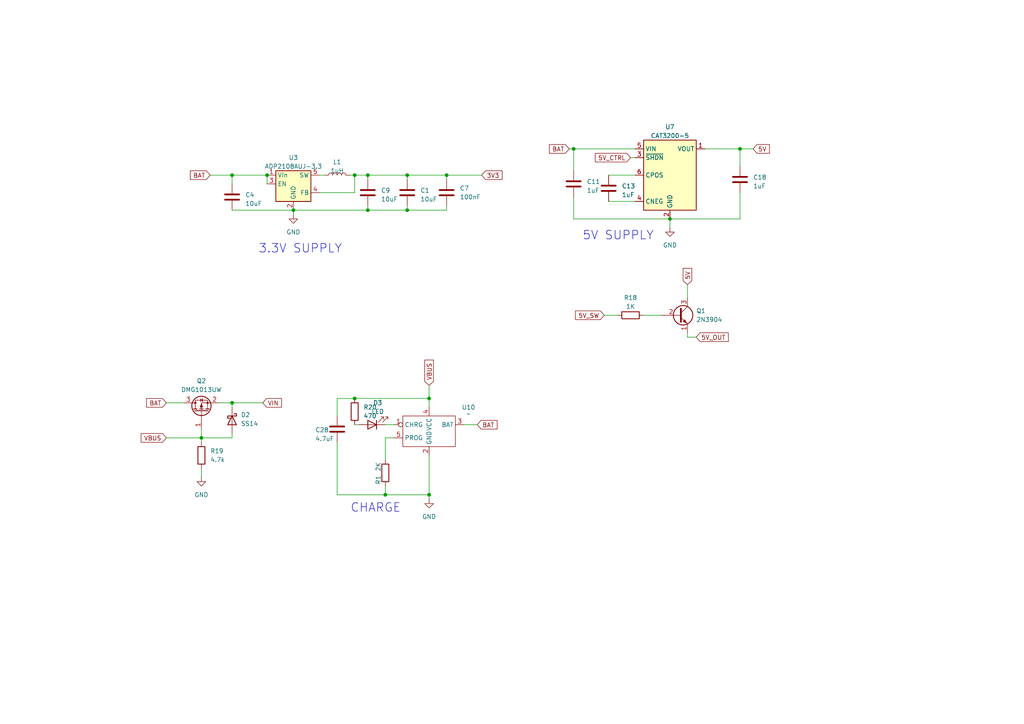
<source format=kicad_sch>
(kicad_sch (version 20231120) (generator "eeschema") (generator_version "8.0")
  (paper "A4")
  (lib_symbols
    (symbol "Battery_Management:TP4054"
      (property "Reference" "U" (at -6.604 0 0))
      (symbol "TP4054_0_1"
        (rectangle (start -7.62 -1.27) (end 7.62 -10.16))
      )
      (symbol "TP4054_1_1"
        (pin input inverted (at -10.16 -3.81 0) (length 2.54) (name "CHRG") (number "1"))
        (pin input line (at 0 -12.7 90) (length 2.54) (name "GND") (number "2"))
        (pin power_in line (at 10.16 -3.81 180) (length 2.54) (name "BAT") (number "3"))
        (pin power_in line (at 0 1.27 270) (length 2.54) (name "VCC") (number "4"))
        (pin input line (at -10.16 -7.62 0) (length 2.54) (name "PROG") (number "5"))
      )
    )
    (symbol "Device:C" (pin_numbers hide) (pin_names (offset 0.254))
      (property "Reference" "C" (at 0.635 2.54 0))
      (property "Value" "C" (at 0.635 -2.54 0))
      (symbol "C_0_1"
        (polyline (pts (xy -2.032 -0.762) (xy 2.032 -0.762)) (stroke (width 0.508)))
        (polyline (pts (xy -2.032 0.762) (xy 2.032 0.762)) (stroke (width 0.508)))
      )
      (symbol "C_1_1"
        (pin passive line (at 0 3.81 270) (length 2.794) (name "~") (number "1"))
        (pin passive line (at 0 -3.81 90) (length 2.794) (name "~") (number "2"))
      )
    )
    (symbol "Device:L" (pin_numbers hide) (pin_names (offset 1.016) hide)
      (property "Reference" "L" (at -1.27 0 90))
      (property "Value" "L" (at 1.905 0 90))
      (symbol "L_0_1"
        (arc (start 0 -2.54) (mid 0.6323 -1.905) (end 0 -1.27))
        (arc (start 0 -1.27) (mid 0.6323 -0.635) (end 0 0))
        (arc (start 0 0) (mid 0.6323 0.635) (end 0 1.27))
        (arc (start 0 1.27) (mid 0.6323 1.905) (end 0 2.54))
      )
      (symbol "L_1_1"
        (pin passive line (at 0 3.81 270) (length 1.27) (name "1") (number "1"))
        (pin passive line (at 0 -3.81 90) (length 1.27) (name "2") (number "2"))
      )
    )
    (symbol "Device:LED" (pin_numbers hide) (pin_names (offset 1.016) hide)
      (property "Reference" "D" (at 0 2.54 0))
      (property "Value" "LED" (at 0 -2.54 0))
      (symbol "LED_0_1"
        (polyline (pts (xy -1.27 -1.27) (xy -1.27 1.27)) (stroke (width 0.254)))
        (polyline (pts (xy -1.27 0) (xy 1.27 0)))
        (polyline (pts (xy 1.27 -1.27) (xy 1.27 1.27) (xy -1.27 0) (xy 1.27 -1.27)) (stroke (width 0.254)))
        (polyline (pts (xy -3.048 -0.762) (xy -4.572 -2.286) (xy -3.81 -2.286) (xy -4.572 -2.286) (xy -4.572 -1.524)))
        (polyline (pts (xy -1.778 -0.762) (xy -3.302 -2.286) (xy -2.54 -2.286) (xy -3.302 -2.286) (xy -3.302 -1.524)))
      )
      (symbol "LED_1_1"
        (pin passive line (at -3.81 0 0) (length 2.54) (name "K") (number "1"))
        (pin passive line (at 3.81 0 180) (length 2.54) (name "A") (number "2"))
      )
    )
    (symbol "Device:R" (pin_numbers hide) (pin_names (offset 0))
      (property "Reference" "R" (at 2.032 0 90))
      (property "Value" "R" (at 0 0 90))
      (symbol "R_0_1"
        (rectangle (start -1.016 -2.54) (end 1.016 2.54) (stroke (width 0.254)))
      )
      (symbol "R_1_1"
        (pin passive line (at 0 3.81 270) (length 1.27) (name "~") (number "1"))
        (pin passive line (at 0 -3.81 90) (length 1.27) (name "~") (number "2"))
      )
    )
    (symbol "Diode:SS14" (pin_numbers hide) (pin_names (offset 1.016) hide)
      (property "Reference" "D" (at 0 2.54 0))
      (property "Value" "SS14" (at 0 -2.54 0))
      (symbol "SS14_0_1"
        (polyline (pts (xy 1.27 0) (xy -1.27 0)))
        (polyline (pts (xy 1.27 1.27) (xy 1.27 -1.27) (xy -1.27 0) (xy 1.27 1.27)) (stroke (width 0.254)))
        (polyline (pts (xy -1.905 0.635) (xy -1.905 1.27) (xy -1.27 1.27) (xy -1.27 -1.27) (xy -0.635 -1.27) (xy -0.635 -0.635)) (stroke (width 0.254)))
      )
      (symbol "SS14_1_1"
        (pin passive line (at -3.81 0 0) (length 2.54) (name "K") (number "1"))
        (pin passive line (at 3.81 0 180) (length 2.54) (name "A") (number "2"))
      )
    )
    (symbol "GND_2" (power) (pin_numbers hide) (pin_names (offset 0) hide)
      (property "Value" "GND" (at 0 -3.81 0))
      (symbol "GND_2_0_1"
        (polyline (pts (xy 0 0) (xy 0 -1.27) (xy 1.27 -1.27) (xy 0 -2.54) (xy -1.27 -1.27) (xy 0 -1.27)))
      )
      (symbol "GND_2_1_1"
        (pin power_in line (at 0 0 270) (length 0) (name "~") (number "1"))
      )
    )
    (symbol "Regulator_SwitchedCapacitor:CAT3200-5"
      (property "Reference" "U" (at 6.35 11.43 0))
      (property "Value" "CAT3200-5" (at 6.35 -11.43 0))
      (symbol "CAT3200-5_0_1"
        (rectangle (start -7.62 10.16) (end 7.62 -10.16) (stroke (width 0.254)) (fill (type background)))
      )
      (symbol "CAT3200-5_1_1"
        (pin power_out line (at 10.16 7.62 180) (length 2.54) (name "VOUT") (number "1"))
        (pin power_in line (at 0 -12.7 90) (length 2.54) (name "GND") (number "2"))
        (pin input line (at -10.16 5.08 0) (length 2.54) (name "~{SHDN}") (number "3"))
        (pin passive line (at -10.16 -7.62 0) (length 2.54) (name "CNEG") (number "4"))
        (pin power_in line (at -10.16 7.62 0) (length 2.54) (name "VIN") (number "5"))
        (pin passive line (at -10.16 0 0) (length 2.54) (name "CPOS") (number "6"))
      )
    )
    (symbol "Regulator_Switching:ADP2108AUJ-3.3"
      (property "Reference" "U" (at -5.08 5.08 0))
      (property "Value" "ADP2108AUJ-3.3" (at 0 5.08 0))
      (symbol "ADP2108AUJ-3.3_0_1"
        (rectangle (start -5.08 3.81) (end 5.08 -5.08) (stroke (width 0.254)) (fill (type background)))
      )
      (symbol "ADP2108AUJ-3.3_1_1"
        (pin power_in line (at -7.62 2.54 0) (length 2.54) (name "Vin") (number "1"))
        (pin power_in line (at 0 -7.62 90) (length 2.54) (name "GND") (number "2"))
        (pin input line (at -7.62 0 0) (length 2.54) (name "EN") (number "3"))
        (pin input line (at 7.62 -2.54 180) (length 2.54) (name "FB") (number "4"))
        (pin input line (at 7.62 2.54 180) (length 2.54) (name "SW") (number "5"))
      )
    )
    (symbol "Transistor_BJT:2N3904" (pin_names (offset 0) hide)
      (property "Reference" "Q" (at 5.08 1.905 0))
      (property "Value" "2N3904" (at 5.08 0 0))
      (symbol "2N3904_0_1"
        (polyline (pts (xy 0.635 0.635) (xy 2.54 2.54)))
        (polyline (pts (xy 0.635 -0.635) (xy 2.54 -2.54) (xy 2.54 -2.54)))
        (polyline (pts (xy 0.635 1.905) (xy 0.635 -1.905) (xy 0.635 -1.905)) (stroke (width 0.508)))
        (polyline (pts (xy 1.27 -1.778) (xy 1.778 -1.27) (xy 2.286 -2.286) (xy 1.27 -1.778) (xy 1.27 -1.778)) (fill (type outline)))
        (circle (center 1.27 0) (radius 2.8194) (stroke (width 0.254)))
      )
      (symbol "2N3904_1_1"
        (pin passive line (at 2.54 -5.08 90) (length 2.54) (name "E") (number "1"))
        (pin passive line (at -5.08 0 0) (length 5.715) (name "B") (number "2"))
        (pin passive line (at 2.54 5.08 270) (length 2.54) (name "C") (number "3"))
      )
    )
    (symbol "Transistor_FET:IRLML6402" (pin_names hide)
      (property "Reference" "Q" (at 5.08 1.905 0))
      (property "Value" "IRLML6402" (at 5.08 0 0))
      (symbol "IRLML6402_0_1"
        (polyline (pts (xy 0.254 0) (xy -2.54 0)))
        (polyline (pts (xy 0.254 1.905) (xy 0.254 -1.905)) (stroke (width 0.254)))
        (polyline (pts (xy 0.762 -1.27) (xy 0.762 -2.286)) (stroke (width 0.254)))
        (polyline (pts (xy 0.762 0.508) (xy 0.762 -0.508)) (stroke (width 0.254)))
        (polyline (pts (xy 0.762 2.286) (xy 0.762 1.27)) (stroke (width 0.254)))
        (polyline (pts (xy 2.54 2.54) (xy 2.54 1.778)))
        (polyline (pts (xy 2.54 -2.54) (xy 2.54 0) (xy 0.762 0)))
        (polyline (pts (xy 0.762 1.778) (xy 3.302 1.778) (xy 3.302 -1.778) (xy 0.762 -1.778)))
        (polyline (pts (xy 2.286 0) (xy 1.27 0.381) (xy 1.27 -0.381) (xy 2.286 0)) (fill (type outline)))
        (polyline (pts (xy 2.794 -0.508) (xy 2.921 -0.381) (xy 3.683 -0.381) (xy 3.81 -0.254)))
        (polyline (pts (xy 3.302 -0.381) (xy 2.921 0.254) (xy 3.683 0.254) (xy 3.302 -0.381)))
        (circle (center 1.651 0) (radius 2.794) (stroke (width 0.254)))
        (circle (center 2.54 -1.778) (radius 0.254) (fill (type outline)))
        (circle (center 2.54 1.778) (radius 0.254) (fill (type outline)))
      )
      (symbol "IRLML6402_1_1"
        (pin input line (at -5.08 0 0) (length 2.54) (name "G") (number "1"))
        (pin passive line (at 2.54 -5.08 90) (length 2.54) (name "S") (number "2"))
        (pin passive line (at 2.54 5.08 270) (length 2.54) (name "D") (number "3"))
      )
    )
  )
  (junction (at 214.63 43.18))
  (junction (at 102.87 115.57))
  (junction (at 77.47 50.8))
  (junction (at 124.46 115.57))
  (junction (at 106.68 50.8))
  (junction (at 118.11 60.96))
  (junction (at 67.31 116.84))
  (junction (at 166.37 43.18))
  (junction (at 118.11 50.8))
  (junction (at 102.87 50.8))
  (junction (at 85.09 60.96))
  (junction (at 124.46 143.51))
  (junction (at 129.54 50.8))
  (junction (at 67.31 50.8))
  (junction (at 111.76 143.51))
  (junction (at 106.68 60.96))
  (junction (at 58.42 127))
  (junction (at 194.31 63.5))
  (wire (pts (xy 175.26 91.44) (xy 179.07 91.44)))
  (wire (pts (xy 106.68 60.96) (xy 118.11 60.96)))
  (wire (pts (xy 106.68 50.8) (xy 118.11 50.8)))
  (wire (pts (xy 111.76 143.51) (xy 124.46 143.51)))
  (wire (pts (xy 176.53 58.42) (xy 184.15 58.42)))
  (wire (pts (xy 67.31 60.96) (xy 85.09 60.96)))
  (wire (pts (xy 102.87 115.57) (xy 124.46 115.57)))
  (wire (pts (xy 111.76 133.35) (xy 111.76 127)))
  (wire (pts (xy 214.63 55.88) (xy 214.63 63.5)))
  (wire (pts (xy 97.79 128.27) (xy 97.79 143.51)))
  (wire (pts (xy 58.42 127) (xy 58.42 128.27)))
  (wire (pts (xy 134.62 123.19) (xy 138.43 123.19)))
  (wire (pts (xy 67.31 50.8) (xy 77.47 50.8)))
  (wire (pts (xy 102.87 55.88) (xy 102.87 50.8)))
  (wire (pts (xy 67.31 116.84) (xy 63.5 116.84)))
  (wire (pts (xy 124.46 115.57) (xy 124.46 118.11)))
  (wire (pts (xy 182.88 45.72) (xy 184.15 45.72)))
  (wire (pts (xy 101.6 50.8) (xy 102.87 50.8)))
  (wire (pts (xy 67.31 53.34) (xy 67.31 50.8)))
  (wire (pts (xy 48.26 127) (xy 58.42 127)))
  (wire (pts (xy 106.68 59.69) (xy 106.68 60.96)))
  (wire (pts (xy 214.63 43.18) (xy 214.63 48.26)))
  (wire (pts (xy 129.54 50.8) (xy 139.7 50.8)))
  (wire (pts (xy 58.42 135.89) (xy 58.42 138.43)))
  (wire (pts (xy 176.53 50.8) (xy 184.15 50.8)))
  (wire (pts (xy 92.71 50.8) (xy 93.98 50.8)))
  (wire (pts (xy 102.87 123.19) (xy 104.14 123.19)))
  (wire (pts (xy 111.76 123.19) (xy 114.3 123.19)))
  (wire (pts (xy 77.47 50.8) (xy 77.47 53.34)))
  (wire (pts (xy 118.11 59.69) (xy 118.11 60.96)))
  (wire (pts (xy 67.31 125.73) (xy 67.31 127)))
  (wire (pts (xy 199.39 82.55) (xy 199.39 86.36)))
  (wire (pts (xy 204.47 43.18) (xy 214.63 43.18)))
  (wire (pts (xy 118.11 50.8) (xy 118.11 52.07)))
  (wire (pts (xy 92.71 55.88) (xy 102.87 55.88)))
  (wire (pts (xy 166.37 57.15) (xy 166.37 63.5)))
  (wire (pts (xy 58.42 124.46) (xy 58.42 127)))
  (wire (pts (xy 67.31 118.11) (xy 67.31 116.84)))
  (wire (pts (xy 97.79 143.51) (xy 111.76 143.51)))
  (wire (pts (xy 111.76 140.97) (xy 111.76 143.51)))
  (wire (pts (xy 48.26 116.84) (xy 53.34 116.84)))
  (wire (pts (xy 85.09 60.96) (xy 106.68 60.96)))
  (wire (pts (xy 129.54 50.8) (xy 129.54 52.07)))
  (wire (pts (xy 124.46 143.51) (xy 124.46 144.78)))
  (wire (pts (xy 106.68 52.07) (xy 106.68 50.8)))
  (wire (pts (xy 214.63 43.18) (xy 218.44 43.18)))
  (wire (pts (xy 194.31 63.5) (xy 194.31 66.04)))
  (wire (pts (xy 166.37 49.53) (xy 166.37 43.18)))
  (wire (pts (xy 194.31 63.5) (xy 214.63 63.5)))
  (wire (pts (xy 124.46 132.08) (xy 124.46 143.51)))
  (wire (pts (xy 97.79 115.57) (xy 102.87 115.57)))
  (wire (pts (xy 166.37 43.18) (xy 184.15 43.18)))
  (wire (pts (xy 118.11 50.8) (xy 129.54 50.8)))
  (wire (pts (xy 186.69 91.44) (xy 191.77 91.44)))
  (wire (pts (xy 129.54 59.69) (xy 129.54 60.96)))
  (wire (pts (xy 124.46 111.76) (xy 124.46 115.57)))
  (wire (pts (xy 85.09 60.96) (xy 85.09 62.23)))
  (wire (pts (xy 199.39 97.79) (xy 199.39 96.52)))
  (wire (pts (xy 166.37 63.5) (xy 194.31 63.5)))
  (wire (pts (xy 111.76 127) (xy 114.3 127)))
  (wire (pts (xy 67.31 127) (xy 58.42 127)))
  (wire (pts (xy 165.1 43.18) (xy 166.37 43.18)))
  (wire (pts (xy 67.31 116.84) (xy 76.2 116.84)))
  (wire (pts (xy 97.79 120.65) (xy 97.79 115.57)))
  (wire (pts (xy 102.87 50.8) (xy 106.68 50.8)))
  (wire (pts (xy 60.96 50.8) (xy 67.31 50.8)))
  (wire (pts (xy 201.93 97.79) (xy 199.39 97.79)))
  (wire (pts (xy 118.11 60.96) (xy 129.54 60.96)))
  (text "5V SUPPLY" (at 168.91 69.85 0) (effects (font (size 2.5 2.5)) (justify left bottom)))
  (text "CHARGE" (at 101.6 148.844 0) (effects (font (size 2.5 2.5)) (justify left bottom)))
  (text "3.3V SUPPLY" (at 74.93 73.66 0) (effects (font (size 2.5 2.5)) (justify left bottom)))
  (global_label "VBUS" (shape input) (at 48.26 127 180) (property "Intersheetrefs" "${INTERSHEET_REFS}" (effects (hide yes))))
  (global_label "5V" (shape input) (at 199.39 82.55 90) (property "Intersheetrefs" "${INTERSHEET_REFS}" (effects (hide yes))))
  (global_label "BAT" (shape input) (at 48.26 116.84 180) (property "Intersheetrefs" "${INTERSHEET_REFS}" (effects (hide yes))))
  (global_label "5V" (shape input) (at 218.44 43.18 0) (property "Intersheetrefs" "${INTERSHEET_REFS}" (effects (hide yes))))
  (global_label "5V_OUT" (shape input) (at 201.93 97.79 0) (property "Intersheetrefs" "${INTERSHEET_REFS}" (effects (hide yes))))
  (global_label "BAT" (shape input) (at 165.1 43.18 180) (property "Intersheetrefs" "${INTERSHEET_REFS}" (effects (hide yes))))
  (global_label "3V3" (shape input) (at 139.7 50.8 0) (property "Intersheetrefs" "${INTERSHEET_REFS}" (effects (hide yes))))
  (global_label "5V_CTRL" (shape input) (at 182.88 45.72 180) (property "Intersheetrefs" "${INTERSHEET_REFS}" (effects (hide yes))))
  (global_label "VBUS" (shape input) (at 124.46 111.76 90) (property "Intersheetrefs" "${INTERSHEET_REFS}" (effects (hide yes))))
  (global_label "5V_SW" (shape input) (at 175.26 91.44 180) (property "Intersheetrefs" "${INTERSHEET_REFS}" (effects (hide yes))))
  (global_label "BAT" (shape input) (at 138.43 123.19 0) (property "Intersheetrefs" "${INTERSHEET_REFS}" (effects (hide yes))))
  (global_label "BAT" (shape input) (at 60.96 50.8 180) (property "Intersheetrefs" "${INTERSHEET_REFS}" (effects (hide yes))))
  (global_label "VIN" (shape input) (at 76.2 116.84 0) (property "Intersheetrefs" "${INTERSHEET_REFS}" (effects (hide yes))))
  (symbol (lib_id "Transistor_BJT:2N3904") (at 196.85 91.44 0) (unit 1)
    (property "Reference" "Q1" (at 201.93 90.1699 0) (effects (justify left)))
    (property "Value" "2N3904" (at 201.93 92.7099 0) (effects (justify left)))
    (property "Footprint" "Package_TO_SOT_SMD:SOT-23-3" (effects (hide yes)))
    (property "Datasheet" "https://www.onsemi.com/pub/Collateral/2N3903-D.PDF" (effects (hide yes)))
    (property "Description" "0.2A Ic, 40V Vce, Small Signal NPN Transistor, TO-92" (effects (hide yes)))
  )
  (symbol (lib_name "GND_2") (lib_id "power:GND") (at 58.42 138.43 0) (unit 1)
    (property "Reference" "#PWR028" (effects (hide yes)))
    (property "Value" "GND" (at 58.42 143.51 0))
    (property "Description" "Power symbol creates a global label with name \"GND\" , ground" (effects (hide yes)))
  )
  (symbol (lib_id "Device:R") (at 58.42 132.08 180) (unit 1)
    (property "Reference" "R19" (at 60.96 130.8099 0) (effects (justify right)))
    (property "Value" "4.7k" (at 60.96 133.3499 0) (effects (justify right)))
    (property "Description" "Resistor" (effects (hide yes)))
  )
  (symbol (lib_id "Device:C") (at 118.11 55.88 0) (unit 1)
    (property "Reference" "C1" (at 121.92 55.245 0) (effects (justify left)))
    (property "Value" "10uF" (at 121.92 57.785 0) (effects (justify left)))
    (property "Footprint" "Capacitor_SMD:C_0805_2012Metric_Pad1.18x1.45mm_HandSolder" (effects (hide yes)))
  )
  (symbol (lib_id "Device:R") (at 102.87 119.38 180) (unit 1)
    (property "Reference" "R20" (at 105.41 118.1099 0) (effects (justify right)))
    (property "Value" "470" (at 105.41 120.6499 0) (effects (justify right)))
    (property "Footprint" "Resistor_SMD:R_0805_2012Metric_Pad1.20x1.40mm_HandSolder" (effects (hide yes)))
  )
  (symbol (lib_name "GND_2") (lib_id "power:GND") (at 85.09 62.23 0) (unit 1)
    (property "Reference" "#PWR06" (effects (hide yes)))
    (property "Value" "GND" (at 85.09 67.31 0))
    (property "Description" "Power symbol creates a global label with name \"GND\" , ground" (effects (hide yes)))
  )
  (symbol (lib_id "Battery_Management:TP4054") (at 124.46 119.38 0) (unit 1)
    (property "Reference" "U10" (at 135.89 118.1414 0))
    (property "Value" "~" (at 135.89 120.0465 0))
  )
  (symbol (lib_id "Device:R") (at 111.76 137.16 180) (unit 1)
    (property "Reference" "R1" (at 109.728 139.192 90))
    (property "Value" "2K" (at 109.728 135.382 90))
    (property "Footprint" "Resistor_SMD:R_0805_2012Metric_Pad1.20x1.40mm_HandSolder" (effects (hide yes)))
  )
  (symbol (lib_name "GND_2") (lib_id "power:GND") (at 194.31 66.04 0) (unit 1)
    (property "Reference" "#PWR011" (effects (hide yes)))
    (property "Value" "GND" (at 194.31 71.12 0))
    (property "Description" "Power symbol creates a global label with name \"GND\" , ground" (effects (hide yes)))
  )
  (symbol (lib_id "Device:LED") (at 107.95 123.19 180) (unit 1)
    (property "Reference" "D3" (at 109.5375 116.84 0))
    (property "Value" "LED" (at 109.5375 119.38 0))
    (property "Footprint" "LED_SMD:LED_1206_3216Metric_Pad1.42x1.75mm_HandSolder" (effects (hide yes)))
  )
  (symbol (lib_id "Transistor_FET:IRLML6402") (at 58.42 119.38 90) (unit 1)
    (property "Reference" "Q2" (at 58.42 110.49 90))
    (property "Value" "DMG1013UW" (at 58.42 113.03 90))
    (property "Footprint" "Package_TO_SOT_SMD:SOT-23" (effects (hide yes)))
    (property "Datasheet" "https://www.infineon.com/dgdl/irlml6402pbf.pdf?fileId=5546d462533600a401535668d5c2263c" (effects (hide yes)))
    (property "Description" "-3.7A Id, -20V Vds, 65mOhm Rds, P-Channel HEXFET Power MOSFET, SOT-23" (effects (hide yes)))
  )
  (symbol (lib_id "Regulator_SwitchedCapacitor:CAT3200-5") (at 194.31 50.8 0) (unit 1)
    (property "Reference" "U7" (at 194.31 36.83 0))
    (property "Value" "CAT3200-5" (at 194.31 39.37 0))
    (property "Footprint" "Package_TO_SOT_SMD:SOT-23-6" (effects (hide yes)))
    (property "Datasheet" "https://www.onsemi.com/pdf/datasheet/cat3200-d.pdf" (effects (hide yes)))
  )
  (symbol (lib_id "Device:C") (at 106.68 55.88 0) (unit 1)
    (property "Reference" "C9" (at 110.49 55.245 0) (effects (justify left)))
    (property "Value" "10uF" (at 110.49 57.785 0) (effects (justify left)))
    (property "Footprint" "Capacitor_SMD:C_0805_2012Metric_Pad1.18x1.45mm_HandSolder" (effects (hide yes)))
  )
  (symbol (lib_id "Device:C") (at 67.31 57.15 0) (unit 1)
    (property "Reference" "C4" (at 71.12 56.515 0) (effects (justify left)))
    (property "Value" "10uF" (at 71.12 59.055 0) (effects (justify left)))
    (property "Footprint" "Capacitor_SMD:C_0805_2012Metric_Pad1.18x1.45mm_HandSolder" (effects (hide yes)))
  )
  (symbol (lib_id "Device:C") (at 176.53 54.61 0) (unit 1)
    (property "Reference" "C13" (at 180.34 53.975 0) (effects (justify left)))
    (property "Value" "1uF" (at 180.34 56.515 0) (effects (justify left)))
    (property "Footprint" "Capacitor_SMD:C_0805_2012Metric_Pad1.18x1.45mm_HandSolder" (effects (hide yes)))
  )
  (symbol (lib_id "Device:C") (at 214.63 52.07 0) (unit 1)
    (property "Reference" "C18" (at 218.44 51.435 0) (effects (justify left)))
    (property "Value" "1uF" (at 218.44 53.975 0) (effects (justify left)))
    (property "Footprint" "Capacitor_SMD:C_0805_2012Metric_Pad1.18x1.45mm_HandSolder" (effects (hide yes)))
  )
  (symbol (lib_id "Device:R") (at 182.88 91.44 90) (unit 1)
    (property "Reference" "R18" (at 182.88 86.36 90))
    (property "Value" "1K" (at 182.88 88.9 90))
    (property "Footprint" "Resistor_SMD:R_0805_2012Metric_Pad1.20x1.40mm_HandSolder" (effects (hide yes)))
  )
  (symbol (lib_id "Device:C") (at 166.37 53.34 0) (unit 1)
    (property "Reference" "C11" (at 170.18 52.705 0) (effects (justify left)))
    (property "Value" "1uF" (at 170.18 55.245 0) (effects (justify left)))
    (property "Footprint" "Capacitor_SMD:C_0805_2012Metric_Pad1.18x1.45mm_HandSolder" (effects (hide yes)))
  )
  (symbol (lib_id "Device:L") (at 97.79 50.8 90) (unit 1)
    (property "Reference" "L1" (at 97.79 46.99 90))
    (property "Value" "1uH" (at 97.79 49.53 90))
    (property "Footprint" "Inductor_SMD:L_1008_2520Metric_Pad1.43x2.20mm_HandSolder" (effects (hide yes)))
  )
  (symbol (lib_name "GND_2") (lib_id "power:GND") (at 124.46 144.78 0) (unit 1)
    (property "Reference" "#PWR029" (effects (hide yes)))
    (property "Value" "GND" (at 124.46 149.86 0))
    (property "Description" "Power symbol creates a global label with name \"GND\" , ground" (effects (hide yes)))
  )
  (symbol (lib_id "Diode:SS14") (at 67.31 121.92 270) (unit 1)
    (property "Reference" "D2" (at 69.85 120.3324 90) (effects (justify left)))
    (property "Value" "SS14" (at 69.85 122.8724 90) (effects (justify left)))
    (property "Footprint" "Diode_SMD:D_SMA" (effects (hide yes)))
    (property "Datasheet" "https://www.vishay.com/docs/88746/ss12.pdf" (effects (hide yes)))
    (property "Description" "40V 1A Schottky Diode, SMA" (effects (hide yes)))
  )
  (symbol (lib_id "Device:C") (at 97.79 124.46 0) (unit 1)
    (property "Reference" "C28" (at 91.44 124.714 0) (effects (justify left)))
    (property "Value" "4.7uF" (at 91.44 127.254 0) (effects (justify left)))
    (property "Footprint" "Capacitor_SMD:C_0805_2012Metric_Pad1.18x1.45mm_HandSolder" (effects (hide yes)))
  )
  (symbol (lib_id "Regulator_Switching:ADP2108AUJ-3.3") (at 85.09 53.34 0) (unit 1)
    (property "Reference" "U3" (at 85.09 45.72 0))
    (property "Value" "ADP2108AUJ-3.3" (at 85.09 48.26 0))
    (property "Footprint" "Package_TO_SOT_SMD:TSOT-23-5" (effects (hide yes)))
    (property "Datasheet" "https://www.analog.com/media/en/technical-documentation/data-sheets/ADP2108.pdf" (effects (hide yes)))
  )
  (symbol (lib_id "Device:C") (at 129.54 55.88 0) (unit 1)
    (property "Reference" "C7" (at 133.35 54.6099 0) (effects (justify left)))
    (property "Value" "100nF" (at 133.35 57.1499 0) (effects (justify left)))
    (property "Footprint" "Capacitor_SMD:C_0805_2012Metric_Pad1.18x1.45mm_HandSolder" (effects (hide yes)))
  )
)
</source>
